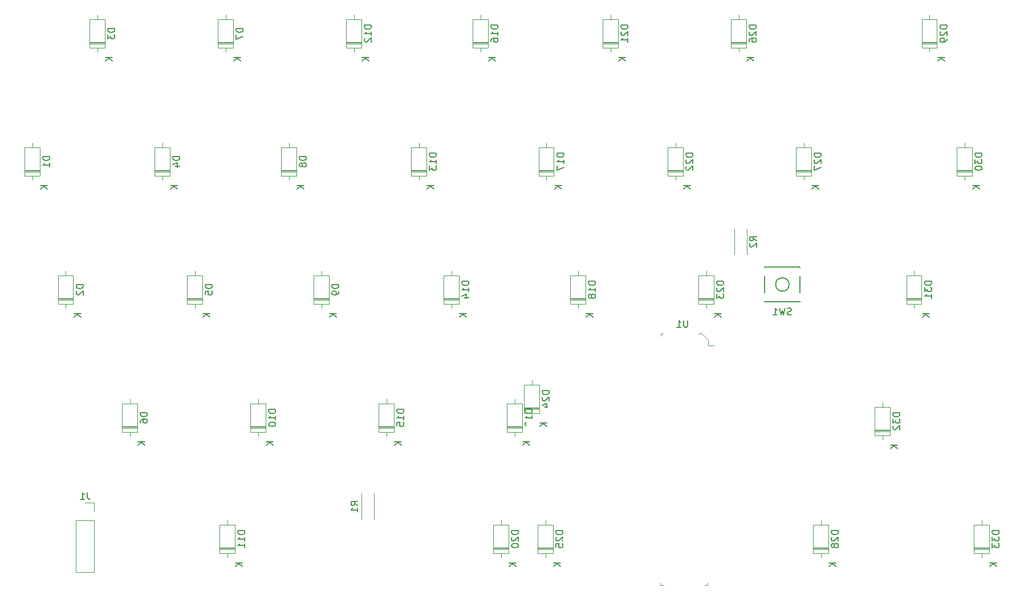
<source format=gbo>
G04 #@! TF.GenerationSoftware,KiCad,Pcbnew,(5.1.4-0-10_14)*
G04 #@! TF.CreationDate,2020-10-01T04:07:51-07:00*
G04 #@! TF.ProjectId,mpm62-kb-right,6d706d36-322d-46b6-922d-72696768742e,rev?*
G04 #@! TF.SameCoordinates,Original*
G04 #@! TF.FileFunction,Legend,Bot*
G04 #@! TF.FilePolarity,Positive*
%FSLAX46Y46*%
G04 Gerber Fmt 4.6, Leading zero omitted, Abs format (unit mm)*
G04 Created by KiCad (PCBNEW (5.1.4-0-10_14)) date 2020-10-01 04:07:51*
%MOMM*%
%LPD*%
G04 APERTURE LIST*
%ADD10C,0.120000*%
%ADD11C,0.100000*%
%ADD12C,0.150000*%
%ADD13C,4.089800*%
%ADD14C,3.150000*%
%ADD15C,1.852000*%
%ADD16C,2.352000*%
%ADD17C,2.352000*%
%ADD18O,1.502000X1.502000*%
%ADD19C,1.502000*%
%ADD20C,1.702000*%
%ADD21R,1.702000X1.702000*%
%ADD22R,1.902000X1.202000*%
%ADD23C,1.902000*%
%ADD24R,1.902000X1.902000*%
%ADD25O,1.802000X1.802000*%
%ADD26R,1.802000X1.802000*%
%ADD27O,1.702000X1.702000*%
G04 APERTURE END LIST*
D10*
X169514000Y-91074000D02*
X169514000Y-87234000D01*
X171354000Y-91074000D02*
X171354000Y-87234000D01*
X115982000Y-126604000D02*
X115982000Y-130444000D01*
X114142000Y-126604000D02*
X114142000Y-130444000D01*
D11*
X158582000Y-102764000D02*
X158982000Y-102764000D01*
X158582000Y-103164000D02*
X158582000Y-102764000D01*
X165662000Y-103764000D02*
X165662000Y-104564000D01*
X164662000Y-102764000D02*
X165662000Y-103764000D01*
X164162000Y-102764000D02*
X164662000Y-102764000D01*
X165662000Y-104564000D02*
X166462000Y-104564000D01*
X165562000Y-140254000D02*
X165162000Y-140254000D01*
X165562000Y-139854000D02*
X165562000Y-140254000D01*
X158562000Y-140254000D02*
X159062000Y-140254000D01*
X158562000Y-139854000D02*
X158562000Y-140254000D01*
D12*
X179257000Y-92904000D02*
X174057000Y-92904000D01*
X174057000Y-92904000D02*
X174057000Y-98104000D01*
X174057000Y-98104000D02*
X179257000Y-98104000D01*
X179257000Y-98104000D02*
X179257000Y-92904000D01*
X177657000Y-95504000D02*
G75*
G03X177657000Y-95504000I-1000000J0D01*
G01*
D10*
X74430000Y-127980000D02*
X73100000Y-127980000D01*
X74430000Y-129310000D02*
X74430000Y-127980000D01*
X74430000Y-130580000D02*
X71770000Y-130580000D01*
X71770000Y-130580000D02*
X71770000Y-138260000D01*
X74430000Y-130580000D02*
X74430000Y-138260000D01*
X74430000Y-138260000D02*
X71770000Y-138260000D01*
X207368000Y-134870000D02*
X205128000Y-134870000D01*
X207368000Y-134630000D02*
X205128000Y-134630000D01*
X207368000Y-134750000D02*
X205128000Y-134750000D01*
X206248000Y-130580000D02*
X206248000Y-131230000D01*
X206248000Y-136120000D02*
X206248000Y-135470000D01*
X207368000Y-131230000D02*
X207368000Y-135470000D01*
X205128000Y-131230000D02*
X207368000Y-131230000D01*
X205128000Y-135470000D02*
X205128000Y-131230000D01*
X207368000Y-135470000D02*
X205128000Y-135470000D01*
X192636000Y-117344000D02*
X190396000Y-117344000D01*
X192636000Y-117104000D02*
X190396000Y-117104000D01*
X192636000Y-117224000D02*
X190396000Y-117224000D01*
X191516000Y-113054000D02*
X191516000Y-113704000D01*
X191516000Y-118594000D02*
X191516000Y-117944000D01*
X192636000Y-113704000D02*
X192636000Y-117944000D01*
X190396000Y-113704000D02*
X192636000Y-113704000D01*
X190396000Y-117944000D02*
X190396000Y-113704000D01*
X192636000Y-117944000D02*
X190396000Y-117944000D01*
X197335000Y-97786000D02*
X195095000Y-97786000D01*
X197335000Y-97546000D02*
X195095000Y-97546000D01*
X197335000Y-97666000D02*
X195095000Y-97666000D01*
X196215000Y-93496000D02*
X196215000Y-94146000D01*
X196215000Y-99036000D02*
X196215000Y-98386000D01*
X197335000Y-94146000D02*
X197335000Y-98386000D01*
X195095000Y-94146000D02*
X197335000Y-94146000D01*
X195095000Y-98386000D02*
X195095000Y-94146000D01*
X197335000Y-98386000D02*
X195095000Y-98386000D01*
X204828000Y-78736000D02*
X202588000Y-78736000D01*
X204828000Y-78496000D02*
X202588000Y-78496000D01*
X204828000Y-78616000D02*
X202588000Y-78616000D01*
X203708000Y-74446000D02*
X203708000Y-75096000D01*
X203708000Y-79986000D02*
X203708000Y-79336000D01*
X204828000Y-75096000D02*
X204828000Y-79336000D01*
X202588000Y-75096000D02*
X204828000Y-75096000D01*
X202588000Y-79336000D02*
X202588000Y-75096000D01*
X204828000Y-79336000D02*
X202588000Y-79336000D01*
X199621000Y-59686000D02*
X197381000Y-59686000D01*
X199621000Y-59446000D02*
X197381000Y-59446000D01*
X199621000Y-59566000D02*
X197381000Y-59566000D01*
X198501000Y-55396000D02*
X198501000Y-56046000D01*
X198501000Y-60936000D02*
X198501000Y-60286000D01*
X199621000Y-56046000D02*
X199621000Y-60286000D01*
X197381000Y-56046000D02*
X199621000Y-56046000D01*
X197381000Y-60286000D02*
X197381000Y-56046000D01*
X199621000Y-60286000D02*
X197381000Y-60286000D01*
X183492000Y-134870000D02*
X181252000Y-134870000D01*
X183492000Y-134630000D02*
X181252000Y-134630000D01*
X183492000Y-134750000D02*
X181252000Y-134750000D01*
X182372000Y-130580000D02*
X182372000Y-131230000D01*
X182372000Y-136120000D02*
X182372000Y-135470000D01*
X183492000Y-131230000D02*
X183492000Y-135470000D01*
X181252000Y-131230000D02*
X183492000Y-131230000D01*
X181252000Y-135470000D02*
X181252000Y-131230000D01*
X183492000Y-135470000D02*
X181252000Y-135470000D01*
X180952000Y-78736000D02*
X178712000Y-78736000D01*
X180952000Y-78496000D02*
X178712000Y-78496000D01*
X180952000Y-78616000D02*
X178712000Y-78616000D01*
X179832000Y-74446000D02*
X179832000Y-75096000D01*
X179832000Y-79986000D02*
X179832000Y-79336000D01*
X180952000Y-75096000D02*
X180952000Y-79336000D01*
X178712000Y-75096000D02*
X180952000Y-75096000D01*
X178712000Y-79336000D02*
X178712000Y-75096000D01*
X180952000Y-79336000D02*
X178712000Y-79336000D01*
X171300000Y-59686000D02*
X169060000Y-59686000D01*
X171300000Y-59446000D02*
X169060000Y-59446000D01*
X171300000Y-59566000D02*
X169060000Y-59566000D01*
X170180000Y-55396000D02*
X170180000Y-56046000D01*
X170180000Y-60936000D02*
X170180000Y-60286000D01*
X171300000Y-56046000D02*
X171300000Y-60286000D01*
X169060000Y-56046000D02*
X171300000Y-56046000D01*
X169060000Y-60286000D02*
X169060000Y-56046000D01*
X171300000Y-60286000D02*
X169060000Y-60286000D01*
X142598000Y-134870000D02*
X140358000Y-134870000D01*
X142598000Y-134630000D02*
X140358000Y-134630000D01*
X142598000Y-134750000D02*
X140358000Y-134750000D01*
X141478000Y-130580000D02*
X141478000Y-131230000D01*
X141478000Y-136120000D02*
X141478000Y-135470000D01*
X142598000Y-131230000D02*
X142598000Y-135470000D01*
X140358000Y-131230000D02*
X142598000Y-131230000D01*
X140358000Y-135470000D02*
X140358000Y-131230000D01*
X142598000Y-135470000D02*
X140358000Y-135470000D01*
X140566000Y-114042000D02*
X138326000Y-114042000D01*
X140566000Y-113802000D02*
X138326000Y-113802000D01*
X140566000Y-113922000D02*
X138326000Y-113922000D01*
X139446000Y-109752000D02*
X139446000Y-110402000D01*
X139446000Y-115292000D02*
X139446000Y-114642000D01*
X140566000Y-110402000D02*
X140566000Y-114642000D01*
X138326000Y-110402000D02*
X140566000Y-110402000D01*
X138326000Y-114642000D02*
X138326000Y-110402000D01*
X140566000Y-114642000D02*
X138326000Y-114642000D01*
X166474000Y-97786000D02*
X164234000Y-97786000D01*
X166474000Y-97546000D02*
X164234000Y-97546000D01*
X166474000Y-97666000D02*
X164234000Y-97666000D01*
X165354000Y-93496000D02*
X165354000Y-94146000D01*
X165354000Y-99036000D02*
X165354000Y-98386000D01*
X166474000Y-94146000D02*
X166474000Y-98386000D01*
X164234000Y-94146000D02*
X166474000Y-94146000D01*
X164234000Y-98386000D02*
X164234000Y-94146000D01*
X166474000Y-98386000D02*
X164234000Y-98386000D01*
X161902000Y-78736000D02*
X159662000Y-78736000D01*
X161902000Y-78496000D02*
X159662000Y-78496000D01*
X161902000Y-78616000D02*
X159662000Y-78616000D01*
X160782000Y-74446000D02*
X160782000Y-75096000D01*
X160782000Y-79986000D02*
X160782000Y-79336000D01*
X161902000Y-75096000D02*
X161902000Y-79336000D01*
X159662000Y-75096000D02*
X161902000Y-75096000D01*
X159662000Y-79336000D02*
X159662000Y-75096000D01*
X161902000Y-79336000D02*
X159662000Y-79336000D01*
X152250000Y-59686000D02*
X150010000Y-59686000D01*
X152250000Y-59446000D02*
X150010000Y-59446000D01*
X152250000Y-59566000D02*
X150010000Y-59566000D01*
X151130000Y-55396000D02*
X151130000Y-56046000D01*
X151130000Y-60936000D02*
X151130000Y-60286000D01*
X152250000Y-56046000D02*
X152250000Y-60286000D01*
X150010000Y-56046000D02*
X152250000Y-56046000D01*
X150010000Y-60286000D02*
X150010000Y-56046000D01*
X152250000Y-60286000D02*
X150010000Y-60286000D01*
X135994000Y-134870000D02*
X133754000Y-134870000D01*
X135994000Y-134630000D02*
X133754000Y-134630000D01*
X135994000Y-134750000D02*
X133754000Y-134750000D01*
X134874000Y-130580000D02*
X134874000Y-131230000D01*
X134874000Y-136120000D02*
X134874000Y-135470000D01*
X135994000Y-131230000D02*
X135994000Y-135470000D01*
X133754000Y-131230000D02*
X135994000Y-131230000D01*
X133754000Y-135470000D02*
X133754000Y-131230000D01*
X135994000Y-135470000D02*
X133754000Y-135470000D01*
X138026000Y-116836000D02*
X135786000Y-116836000D01*
X138026000Y-116596000D02*
X135786000Y-116596000D01*
X138026000Y-116716000D02*
X135786000Y-116716000D01*
X136906000Y-112546000D02*
X136906000Y-113196000D01*
X136906000Y-118086000D02*
X136906000Y-117436000D01*
X138026000Y-113196000D02*
X138026000Y-117436000D01*
X135786000Y-113196000D02*
X138026000Y-113196000D01*
X135786000Y-117436000D02*
X135786000Y-113196000D01*
X138026000Y-117436000D02*
X135786000Y-117436000D01*
X147424000Y-97786000D02*
X145184000Y-97786000D01*
X147424000Y-97546000D02*
X145184000Y-97546000D01*
X147424000Y-97666000D02*
X145184000Y-97666000D01*
X146304000Y-93496000D02*
X146304000Y-94146000D01*
X146304000Y-99036000D02*
X146304000Y-98386000D01*
X147424000Y-94146000D02*
X147424000Y-98386000D01*
X145184000Y-94146000D02*
X147424000Y-94146000D01*
X145184000Y-98386000D02*
X145184000Y-94146000D01*
X147424000Y-98386000D02*
X145184000Y-98386000D01*
X142725000Y-78736000D02*
X140485000Y-78736000D01*
X142725000Y-78496000D02*
X140485000Y-78496000D01*
X142725000Y-78616000D02*
X140485000Y-78616000D01*
X141605000Y-74446000D02*
X141605000Y-75096000D01*
X141605000Y-79986000D02*
X141605000Y-79336000D01*
X142725000Y-75096000D02*
X142725000Y-79336000D01*
X140485000Y-75096000D02*
X142725000Y-75096000D01*
X140485000Y-79336000D02*
X140485000Y-75096000D01*
X142725000Y-79336000D02*
X140485000Y-79336000D01*
X132946000Y-59686000D02*
X130706000Y-59686000D01*
X132946000Y-59446000D02*
X130706000Y-59446000D01*
X132946000Y-59566000D02*
X130706000Y-59566000D01*
X131826000Y-55396000D02*
X131826000Y-56046000D01*
X131826000Y-60936000D02*
X131826000Y-60286000D01*
X132946000Y-56046000D02*
X132946000Y-60286000D01*
X130706000Y-56046000D02*
X132946000Y-56046000D01*
X130706000Y-60286000D02*
X130706000Y-56046000D01*
X132946000Y-60286000D02*
X130706000Y-60286000D01*
X118976000Y-116836000D02*
X116736000Y-116836000D01*
X118976000Y-116596000D02*
X116736000Y-116596000D01*
X118976000Y-116716000D02*
X116736000Y-116716000D01*
X117856000Y-112546000D02*
X117856000Y-113196000D01*
X117856000Y-118086000D02*
X117856000Y-117436000D01*
X118976000Y-113196000D02*
X118976000Y-117436000D01*
X116736000Y-113196000D02*
X118976000Y-113196000D01*
X116736000Y-117436000D02*
X116736000Y-113196000D01*
X118976000Y-117436000D02*
X116736000Y-117436000D01*
X128628000Y-97786000D02*
X126388000Y-97786000D01*
X128628000Y-97546000D02*
X126388000Y-97546000D01*
X128628000Y-97666000D02*
X126388000Y-97666000D01*
X127508000Y-93496000D02*
X127508000Y-94146000D01*
X127508000Y-99036000D02*
X127508000Y-98386000D01*
X128628000Y-94146000D02*
X128628000Y-98386000D01*
X126388000Y-94146000D02*
X128628000Y-94146000D01*
X126388000Y-98386000D02*
X126388000Y-94146000D01*
X128628000Y-98386000D02*
X126388000Y-98386000D01*
X123802000Y-78736000D02*
X121562000Y-78736000D01*
X123802000Y-78496000D02*
X121562000Y-78496000D01*
X123802000Y-78616000D02*
X121562000Y-78616000D01*
X122682000Y-74446000D02*
X122682000Y-75096000D01*
X122682000Y-79986000D02*
X122682000Y-79336000D01*
X123802000Y-75096000D02*
X123802000Y-79336000D01*
X121562000Y-75096000D02*
X123802000Y-75096000D01*
X121562000Y-79336000D02*
X121562000Y-75096000D01*
X123802000Y-79336000D02*
X121562000Y-79336000D01*
X114150000Y-59686000D02*
X111910000Y-59686000D01*
X114150000Y-59446000D02*
X111910000Y-59446000D01*
X114150000Y-59566000D02*
X111910000Y-59566000D01*
X113030000Y-55396000D02*
X113030000Y-56046000D01*
X113030000Y-60936000D02*
X113030000Y-60286000D01*
X114150000Y-56046000D02*
X114150000Y-60286000D01*
X111910000Y-56046000D02*
X114150000Y-56046000D01*
X111910000Y-60286000D02*
X111910000Y-56046000D01*
X114150000Y-60286000D02*
X111910000Y-60286000D01*
X99926000Y-116836000D02*
X97686000Y-116836000D01*
X99926000Y-116596000D02*
X97686000Y-116596000D01*
X99926000Y-116716000D02*
X97686000Y-116716000D01*
X98806000Y-112546000D02*
X98806000Y-113196000D01*
X98806000Y-118086000D02*
X98806000Y-117436000D01*
X99926000Y-113196000D02*
X99926000Y-117436000D01*
X97686000Y-113196000D02*
X99926000Y-113196000D01*
X97686000Y-117436000D02*
X97686000Y-113196000D01*
X99926000Y-117436000D02*
X97686000Y-117436000D01*
X109324000Y-97786000D02*
X107084000Y-97786000D01*
X109324000Y-97546000D02*
X107084000Y-97546000D01*
X109324000Y-97666000D02*
X107084000Y-97666000D01*
X108204000Y-93496000D02*
X108204000Y-94146000D01*
X108204000Y-99036000D02*
X108204000Y-98386000D01*
X109324000Y-94146000D02*
X109324000Y-98386000D01*
X107084000Y-94146000D02*
X109324000Y-94146000D01*
X107084000Y-98386000D02*
X107084000Y-94146000D01*
X109324000Y-98386000D02*
X107084000Y-98386000D01*
X104498000Y-78736000D02*
X102258000Y-78736000D01*
X104498000Y-78496000D02*
X102258000Y-78496000D01*
X104498000Y-78616000D02*
X102258000Y-78616000D01*
X103378000Y-74446000D02*
X103378000Y-75096000D01*
X103378000Y-79986000D02*
X103378000Y-79336000D01*
X104498000Y-75096000D02*
X104498000Y-79336000D01*
X102258000Y-75096000D02*
X104498000Y-75096000D01*
X102258000Y-79336000D02*
X102258000Y-75096000D01*
X104498000Y-79336000D02*
X102258000Y-79336000D01*
X95100000Y-59686000D02*
X92860000Y-59686000D01*
X95100000Y-59446000D02*
X92860000Y-59446000D01*
X95100000Y-59566000D02*
X92860000Y-59566000D01*
X93980000Y-55396000D02*
X93980000Y-56046000D01*
X93980000Y-60936000D02*
X93980000Y-60286000D01*
X95100000Y-56046000D02*
X95100000Y-60286000D01*
X92860000Y-56046000D02*
X95100000Y-56046000D01*
X92860000Y-60286000D02*
X92860000Y-56046000D01*
X95100000Y-60286000D02*
X92860000Y-60286000D01*
X95354000Y-134870000D02*
X93114000Y-134870000D01*
X95354000Y-134630000D02*
X93114000Y-134630000D01*
X95354000Y-134750000D02*
X93114000Y-134750000D01*
X94234000Y-130580000D02*
X94234000Y-131230000D01*
X94234000Y-136120000D02*
X94234000Y-135470000D01*
X95354000Y-131230000D02*
X95354000Y-135470000D01*
X93114000Y-131230000D02*
X95354000Y-131230000D01*
X93114000Y-135470000D02*
X93114000Y-131230000D01*
X95354000Y-135470000D02*
X93114000Y-135470000D01*
X80876000Y-116836000D02*
X78636000Y-116836000D01*
X80876000Y-116596000D02*
X78636000Y-116596000D01*
X80876000Y-116716000D02*
X78636000Y-116716000D01*
X79756000Y-112546000D02*
X79756000Y-113196000D01*
X79756000Y-118086000D02*
X79756000Y-117436000D01*
X80876000Y-113196000D02*
X80876000Y-117436000D01*
X78636000Y-113196000D02*
X80876000Y-113196000D01*
X78636000Y-117436000D02*
X78636000Y-113196000D01*
X80876000Y-117436000D02*
X78636000Y-117436000D01*
X90528000Y-97786000D02*
X88288000Y-97786000D01*
X90528000Y-97546000D02*
X88288000Y-97546000D01*
X90528000Y-97666000D02*
X88288000Y-97666000D01*
X89408000Y-93496000D02*
X89408000Y-94146000D01*
X89408000Y-99036000D02*
X89408000Y-98386000D01*
X90528000Y-94146000D02*
X90528000Y-98386000D01*
X88288000Y-94146000D02*
X90528000Y-94146000D01*
X88288000Y-98386000D02*
X88288000Y-94146000D01*
X90528000Y-98386000D02*
X88288000Y-98386000D01*
X85702000Y-78736000D02*
X83462000Y-78736000D01*
X85702000Y-78496000D02*
X83462000Y-78496000D01*
X85702000Y-78616000D02*
X83462000Y-78616000D01*
X84582000Y-74446000D02*
X84582000Y-75096000D01*
X84582000Y-79986000D02*
X84582000Y-79336000D01*
X85702000Y-75096000D02*
X85702000Y-79336000D01*
X83462000Y-75096000D02*
X85702000Y-75096000D01*
X83462000Y-79336000D02*
X83462000Y-75096000D01*
X85702000Y-79336000D02*
X83462000Y-79336000D01*
X76050000Y-59686000D02*
X73810000Y-59686000D01*
X76050000Y-59446000D02*
X73810000Y-59446000D01*
X76050000Y-59566000D02*
X73810000Y-59566000D01*
X74930000Y-55396000D02*
X74930000Y-56046000D01*
X74930000Y-60936000D02*
X74930000Y-60286000D01*
X76050000Y-56046000D02*
X76050000Y-60286000D01*
X73810000Y-56046000D02*
X76050000Y-56046000D01*
X73810000Y-60286000D02*
X73810000Y-56046000D01*
X76050000Y-60286000D02*
X73810000Y-60286000D01*
X71351000Y-97786000D02*
X69111000Y-97786000D01*
X71351000Y-97546000D02*
X69111000Y-97546000D01*
X71351000Y-97666000D02*
X69111000Y-97666000D01*
X70231000Y-93496000D02*
X70231000Y-94146000D01*
X70231000Y-99036000D02*
X70231000Y-98386000D01*
X71351000Y-94146000D02*
X71351000Y-98386000D01*
X69111000Y-94146000D02*
X71351000Y-94146000D01*
X69111000Y-98386000D02*
X69111000Y-94146000D01*
X71351000Y-98386000D02*
X69111000Y-98386000D01*
X66398000Y-78736000D02*
X64158000Y-78736000D01*
X66398000Y-78496000D02*
X64158000Y-78496000D01*
X66398000Y-78616000D02*
X64158000Y-78616000D01*
X65278000Y-74446000D02*
X65278000Y-75096000D01*
X65278000Y-79986000D02*
X65278000Y-79336000D01*
X66398000Y-75096000D02*
X66398000Y-79336000D01*
X64158000Y-75096000D02*
X66398000Y-75096000D01*
X64158000Y-79336000D02*
X64158000Y-75096000D01*
X66398000Y-79336000D02*
X64158000Y-79336000D01*
D12*
X172806380Y-88987333D02*
X172330190Y-88654000D01*
X172806380Y-88415904D02*
X171806380Y-88415904D01*
X171806380Y-88796857D01*
X171854000Y-88892095D01*
X171901619Y-88939714D01*
X171996857Y-88987333D01*
X172139714Y-88987333D01*
X172234952Y-88939714D01*
X172282571Y-88892095D01*
X172330190Y-88796857D01*
X172330190Y-88415904D01*
X171901619Y-89368285D02*
X171854000Y-89415904D01*
X171806380Y-89511142D01*
X171806380Y-89749238D01*
X171854000Y-89844476D01*
X171901619Y-89892095D01*
X171996857Y-89939714D01*
X172092095Y-89939714D01*
X172234952Y-89892095D01*
X172806380Y-89320666D01*
X172806380Y-89939714D01*
X113594380Y-128357333D02*
X113118190Y-128024000D01*
X113594380Y-127785904D02*
X112594380Y-127785904D01*
X112594380Y-128166857D01*
X112642000Y-128262095D01*
X112689619Y-128309714D01*
X112784857Y-128357333D01*
X112927714Y-128357333D01*
X113022952Y-128309714D01*
X113070571Y-128262095D01*
X113118190Y-128166857D01*
X113118190Y-127785904D01*
X113594380Y-129309714D02*
X113594380Y-128738285D01*
X113594380Y-129024000D02*
X112594380Y-129024000D01*
X112737238Y-128928761D01*
X112832476Y-128833523D01*
X112880095Y-128738285D01*
X162573904Y-100836380D02*
X162573904Y-101645904D01*
X162526285Y-101741142D01*
X162478666Y-101788761D01*
X162383428Y-101836380D01*
X162192952Y-101836380D01*
X162097714Y-101788761D01*
X162050095Y-101741142D01*
X162002476Y-101645904D01*
X162002476Y-100836380D01*
X161002476Y-101836380D02*
X161573904Y-101836380D01*
X161288190Y-101836380D02*
X161288190Y-100836380D01*
X161383428Y-100979238D01*
X161478666Y-101074476D01*
X161573904Y-101122095D01*
X177990333Y-99972761D02*
X177847476Y-100020380D01*
X177609380Y-100020380D01*
X177514142Y-99972761D01*
X177466523Y-99925142D01*
X177418904Y-99829904D01*
X177418904Y-99734666D01*
X177466523Y-99639428D01*
X177514142Y-99591809D01*
X177609380Y-99544190D01*
X177799857Y-99496571D01*
X177895095Y-99448952D01*
X177942714Y-99401333D01*
X177990333Y-99306095D01*
X177990333Y-99210857D01*
X177942714Y-99115619D01*
X177895095Y-99068000D01*
X177799857Y-99020380D01*
X177561761Y-99020380D01*
X177418904Y-99068000D01*
X177085571Y-99020380D02*
X176847476Y-100020380D01*
X176657000Y-99306095D01*
X176466523Y-100020380D01*
X176228428Y-99020380D01*
X175323666Y-100020380D02*
X175895095Y-100020380D01*
X175609380Y-100020380D02*
X175609380Y-99020380D01*
X175704619Y-99163238D01*
X175799857Y-99258476D01*
X175895095Y-99306095D01*
X73433333Y-126432380D02*
X73433333Y-127146666D01*
X73480952Y-127289523D01*
X73576190Y-127384761D01*
X73719047Y-127432380D01*
X73814285Y-127432380D01*
X72433333Y-127432380D02*
X73004761Y-127432380D01*
X72719047Y-127432380D02*
X72719047Y-126432380D01*
X72814285Y-126575238D01*
X72909523Y-126670476D01*
X73004761Y-126718095D01*
X208820380Y-132135714D02*
X207820380Y-132135714D01*
X207820380Y-132373809D01*
X207868000Y-132516666D01*
X207963238Y-132611904D01*
X208058476Y-132659523D01*
X208248952Y-132707142D01*
X208391809Y-132707142D01*
X208582285Y-132659523D01*
X208677523Y-132611904D01*
X208772761Y-132516666D01*
X208820380Y-132373809D01*
X208820380Y-132135714D01*
X207820380Y-133040476D02*
X207820380Y-133659523D01*
X208201333Y-133326190D01*
X208201333Y-133469047D01*
X208248952Y-133564285D01*
X208296571Y-133611904D01*
X208391809Y-133659523D01*
X208629904Y-133659523D01*
X208725142Y-133611904D01*
X208772761Y-133564285D01*
X208820380Y-133469047D01*
X208820380Y-133183333D01*
X208772761Y-133088095D01*
X208725142Y-133040476D01*
X207820380Y-133992857D02*
X207820380Y-134611904D01*
X208201333Y-134278571D01*
X208201333Y-134421428D01*
X208248952Y-134516666D01*
X208296571Y-134564285D01*
X208391809Y-134611904D01*
X208629904Y-134611904D01*
X208725142Y-134564285D01*
X208772761Y-134516666D01*
X208820380Y-134421428D01*
X208820380Y-134135714D01*
X208772761Y-134040476D01*
X208725142Y-133992857D01*
X208500380Y-136898095D02*
X207500380Y-136898095D01*
X208500380Y-137469523D02*
X207928952Y-137040952D01*
X207500380Y-137469523D02*
X208071809Y-136898095D01*
X194088380Y-114609714D02*
X193088380Y-114609714D01*
X193088380Y-114847809D01*
X193136000Y-114990666D01*
X193231238Y-115085904D01*
X193326476Y-115133523D01*
X193516952Y-115181142D01*
X193659809Y-115181142D01*
X193850285Y-115133523D01*
X193945523Y-115085904D01*
X194040761Y-114990666D01*
X194088380Y-114847809D01*
X194088380Y-114609714D01*
X193088380Y-115514476D02*
X193088380Y-116133523D01*
X193469333Y-115800190D01*
X193469333Y-115943047D01*
X193516952Y-116038285D01*
X193564571Y-116085904D01*
X193659809Y-116133523D01*
X193897904Y-116133523D01*
X193993142Y-116085904D01*
X194040761Y-116038285D01*
X194088380Y-115943047D01*
X194088380Y-115657333D01*
X194040761Y-115562095D01*
X193993142Y-115514476D01*
X193183619Y-116514476D02*
X193136000Y-116562095D01*
X193088380Y-116657333D01*
X193088380Y-116895428D01*
X193136000Y-116990666D01*
X193183619Y-117038285D01*
X193278857Y-117085904D01*
X193374095Y-117085904D01*
X193516952Y-117038285D01*
X194088380Y-116466857D01*
X194088380Y-117085904D01*
X193768380Y-119372095D02*
X192768380Y-119372095D01*
X193768380Y-119943523D02*
X193196952Y-119514952D01*
X192768380Y-119943523D02*
X193339809Y-119372095D01*
X198787380Y-95051714D02*
X197787380Y-95051714D01*
X197787380Y-95289809D01*
X197835000Y-95432666D01*
X197930238Y-95527904D01*
X198025476Y-95575523D01*
X198215952Y-95623142D01*
X198358809Y-95623142D01*
X198549285Y-95575523D01*
X198644523Y-95527904D01*
X198739761Y-95432666D01*
X198787380Y-95289809D01*
X198787380Y-95051714D01*
X197787380Y-95956476D02*
X197787380Y-96575523D01*
X198168333Y-96242190D01*
X198168333Y-96385047D01*
X198215952Y-96480285D01*
X198263571Y-96527904D01*
X198358809Y-96575523D01*
X198596904Y-96575523D01*
X198692142Y-96527904D01*
X198739761Y-96480285D01*
X198787380Y-96385047D01*
X198787380Y-96099333D01*
X198739761Y-96004095D01*
X198692142Y-95956476D01*
X198787380Y-97527904D02*
X198787380Y-96956476D01*
X198787380Y-97242190D02*
X197787380Y-97242190D01*
X197930238Y-97146952D01*
X198025476Y-97051714D01*
X198073095Y-96956476D01*
X198467380Y-99814095D02*
X197467380Y-99814095D01*
X198467380Y-100385523D02*
X197895952Y-99956952D01*
X197467380Y-100385523D02*
X198038809Y-99814095D01*
X206280380Y-76001714D02*
X205280380Y-76001714D01*
X205280380Y-76239809D01*
X205328000Y-76382666D01*
X205423238Y-76477904D01*
X205518476Y-76525523D01*
X205708952Y-76573142D01*
X205851809Y-76573142D01*
X206042285Y-76525523D01*
X206137523Y-76477904D01*
X206232761Y-76382666D01*
X206280380Y-76239809D01*
X206280380Y-76001714D01*
X205280380Y-76906476D02*
X205280380Y-77525523D01*
X205661333Y-77192190D01*
X205661333Y-77335047D01*
X205708952Y-77430285D01*
X205756571Y-77477904D01*
X205851809Y-77525523D01*
X206089904Y-77525523D01*
X206185142Y-77477904D01*
X206232761Y-77430285D01*
X206280380Y-77335047D01*
X206280380Y-77049333D01*
X206232761Y-76954095D01*
X206185142Y-76906476D01*
X205280380Y-78144571D02*
X205280380Y-78239809D01*
X205328000Y-78335047D01*
X205375619Y-78382666D01*
X205470857Y-78430285D01*
X205661333Y-78477904D01*
X205899428Y-78477904D01*
X206089904Y-78430285D01*
X206185142Y-78382666D01*
X206232761Y-78335047D01*
X206280380Y-78239809D01*
X206280380Y-78144571D01*
X206232761Y-78049333D01*
X206185142Y-78001714D01*
X206089904Y-77954095D01*
X205899428Y-77906476D01*
X205661333Y-77906476D01*
X205470857Y-77954095D01*
X205375619Y-78001714D01*
X205328000Y-78049333D01*
X205280380Y-78144571D01*
X205960380Y-80764095D02*
X204960380Y-80764095D01*
X205960380Y-81335523D02*
X205388952Y-80906952D01*
X204960380Y-81335523D02*
X205531809Y-80764095D01*
X201073380Y-56951714D02*
X200073380Y-56951714D01*
X200073380Y-57189809D01*
X200121000Y-57332666D01*
X200216238Y-57427904D01*
X200311476Y-57475523D01*
X200501952Y-57523142D01*
X200644809Y-57523142D01*
X200835285Y-57475523D01*
X200930523Y-57427904D01*
X201025761Y-57332666D01*
X201073380Y-57189809D01*
X201073380Y-56951714D01*
X200168619Y-57904095D02*
X200121000Y-57951714D01*
X200073380Y-58046952D01*
X200073380Y-58285047D01*
X200121000Y-58380285D01*
X200168619Y-58427904D01*
X200263857Y-58475523D01*
X200359095Y-58475523D01*
X200501952Y-58427904D01*
X201073380Y-57856476D01*
X201073380Y-58475523D01*
X201073380Y-58951714D02*
X201073380Y-59142190D01*
X201025761Y-59237428D01*
X200978142Y-59285047D01*
X200835285Y-59380285D01*
X200644809Y-59427904D01*
X200263857Y-59427904D01*
X200168619Y-59380285D01*
X200121000Y-59332666D01*
X200073380Y-59237428D01*
X200073380Y-59046952D01*
X200121000Y-58951714D01*
X200168619Y-58904095D01*
X200263857Y-58856476D01*
X200501952Y-58856476D01*
X200597190Y-58904095D01*
X200644809Y-58951714D01*
X200692428Y-59046952D01*
X200692428Y-59237428D01*
X200644809Y-59332666D01*
X200597190Y-59380285D01*
X200501952Y-59427904D01*
X200753380Y-61714095D02*
X199753380Y-61714095D01*
X200753380Y-62285523D02*
X200181952Y-61856952D01*
X199753380Y-62285523D02*
X200324809Y-61714095D01*
X184944380Y-132135714D02*
X183944380Y-132135714D01*
X183944380Y-132373809D01*
X183992000Y-132516666D01*
X184087238Y-132611904D01*
X184182476Y-132659523D01*
X184372952Y-132707142D01*
X184515809Y-132707142D01*
X184706285Y-132659523D01*
X184801523Y-132611904D01*
X184896761Y-132516666D01*
X184944380Y-132373809D01*
X184944380Y-132135714D01*
X184039619Y-133088095D02*
X183992000Y-133135714D01*
X183944380Y-133230952D01*
X183944380Y-133469047D01*
X183992000Y-133564285D01*
X184039619Y-133611904D01*
X184134857Y-133659523D01*
X184230095Y-133659523D01*
X184372952Y-133611904D01*
X184944380Y-133040476D01*
X184944380Y-133659523D01*
X184372952Y-134230952D02*
X184325333Y-134135714D01*
X184277714Y-134088095D01*
X184182476Y-134040476D01*
X184134857Y-134040476D01*
X184039619Y-134088095D01*
X183992000Y-134135714D01*
X183944380Y-134230952D01*
X183944380Y-134421428D01*
X183992000Y-134516666D01*
X184039619Y-134564285D01*
X184134857Y-134611904D01*
X184182476Y-134611904D01*
X184277714Y-134564285D01*
X184325333Y-134516666D01*
X184372952Y-134421428D01*
X184372952Y-134230952D01*
X184420571Y-134135714D01*
X184468190Y-134088095D01*
X184563428Y-134040476D01*
X184753904Y-134040476D01*
X184849142Y-134088095D01*
X184896761Y-134135714D01*
X184944380Y-134230952D01*
X184944380Y-134421428D01*
X184896761Y-134516666D01*
X184849142Y-134564285D01*
X184753904Y-134611904D01*
X184563428Y-134611904D01*
X184468190Y-134564285D01*
X184420571Y-134516666D01*
X184372952Y-134421428D01*
X184624380Y-136898095D02*
X183624380Y-136898095D01*
X184624380Y-137469523D02*
X184052952Y-137040952D01*
X183624380Y-137469523D02*
X184195809Y-136898095D01*
X182404380Y-76001714D02*
X181404380Y-76001714D01*
X181404380Y-76239809D01*
X181452000Y-76382666D01*
X181547238Y-76477904D01*
X181642476Y-76525523D01*
X181832952Y-76573142D01*
X181975809Y-76573142D01*
X182166285Y-76525523D01*
X182261523Y-76477904D01*
X182356761Y-76382666D01*
X182404380Y-76239809D01*
X182404380Y-76001714D01*
X181499619Y-76954095D02*
X181452000Y-77001714D01*
X181404380Y-77096952D01*
X181404380Y-77335047D01*
X181452000Y-77430285D01*
X181499619Y-77477904D01*
X181594857Y-77525523D01*
X181690095Y-77525523D01*
X181832952Y-77477904D01*
X182404380Y-76906476D01*
X182404380Y-77525523D01*
X181404380Y-77858857D02*
X181404380Y-78525523D01*
X182404380Y-78096952D01*
X182084380Y-80764095D02*
X181084380Y-80764095D01*
X182084380Y-81335523D02*
X181512952Y-80906952D01*
X181084380Y-81335523D02*
X181655809Y-80764095D01*
X172752380Y-56951714D02*
X171752380Y-56951714D01*
X171752380Y-57189809D01*
X171800000Y-57332666D01*
X171895238Y-57427904D01*
X171990476Y-57475523D01*
X172180952Y-57523142D01*
X172323809Y-57523142D01*
X172514285Y-57475523D01*
X172609523Y-57427904D01*
X172704761Y-57332666D01*
X172752380Y-57189809D01*
X172752380Y-56951714D01*
X171847619Y-57904095D02*
X171800000Y-57951714D01*
X171752380Y-58046952D01*
X171752380Y-58285047D01*
X171800000Y-58380285D01*
X171847619Y-58427904D01*
X171942857Y-58475523D01*
X172038095Y-58475523D01*
X172180952Y-58427904D01*
X172752380Y-57856476D01*
X172752380Y-58475523D01*
X171752380Y-59332666D02*
X171752380Y-59142190D01*
X171800000Y-59046952D01*
X171847619Y-58999333D01*
X171990476Y-58904095D01*
X172180952Y-58856476D01*
X172561904Y-58856476D01*
X172657142Y-58904095D01*
X172704761Y-58951714D01*
X172752380Y-59046952D01*
X172752380Y-59237428D01*
X172704761Y-59332666D01*
X172657142Y-59380285D01*
X172561904Y-59427904D01*
X172323809Y-59427904D01*
X172228571Y-59380285D01*
X172180952Y-59332666D01*
X172133333Y-59237428D01*
X172133333Y-59046952D01*
X172180952Y-58951714D01*
X172228571Y-58904095D01*
X172323809Y-58856476D01*
X172432380Y-61714095D02*
X171432380Y-61714095D01*
X172432380Y-62285523D02*
X171860952Y-61856952D01*
X171432380Y-62285523D02*
X172003809Y-61714095D01*
X144050380Y-132135714D02*
X143050380Y-132135714D01*
X143050380Y-132373809D01*
X143098000Y-132516666D01*
X143193238Y-132611904D01*
X143288476Y-132659523D01*
X143478952Y-132707142D01*
X143621809Y-132707142D01*
X143812285Y-132659523D01*
X143907523Y-132611904D01*
X144002761Y-132516666D01*
X144050380Y-132373809D01*
X144050380Y-132135714D01*
X143145619Y-133088095D02*
X143098000Y-133135714D01*
X143050380Y-133230952D01*
X143050380Y-133469047D01*
X143098000Y-133564285D01*
X143145619Y-133611904D01*
X143240857Y-133659523D01*
X143336095Y-133659523D01*
X143478952Y-133611904D01*
X144050380Y-133040476D01*
X144050380Y-133659523D01*
X143050380Y-134564285D02*
X143050380Y-134088095D01*
X143526571Y-134040476D01*
X143478952Y-134088095D01*
X143431333Y-134183333D01*
X143431333Y-134421428D01*
X143478952Y-134516666D01*
X143526571Y-134564285D01*
X143621809Y-134611904D01*
X143859904Y-134611904D01*
X143955142Y-134564285D01*
X144002761Y-134516666D01*
X144050380Y-134421428D01*
X144050380Y-134183333D01*
X144002761Y-134088095D01*
X143955142Y-134040476D01*
X143730380Y-136898095D02*
X142730380Y-136898095D01*
X143730380Y-137469523D02*
X143158952Y-137040952D01*
X142730380Y-137469523D02*
X143301809Y-136898095D01*
X142018380Y-111307714D02*
X141018380Y-111307714D01*
X141018380Y-111545809D01*
X141066000Y-111688666D01*
X141161238Y-111783904D01*
X141256476Y-111831523D01*
X141446952Y-111879142D01*
X141589809Y-111879142D01*
X141780285Y-111831523D01*
X141875523Y-111783904D01*
X141970761Y-111688666D01*
X142018380Y-111545809D01*
X142018380Y-111307714D01*
X141113619Y-112260095D02*
X141066000Y-112307714D01*
X141018380Y-112402952D01*
X141018380Y-112641047D01*
X141066000Y-112736285D01*
X141113619Y-112783904D01*
X141208857Y-112831523D01*
X141304095Y-112831523D01*
X141446952Y-112783904D01*
X142018380Y-112212476D01*
X142018380Y-112831523D01*
X141351714Y-113688666D02*
X142018380Y-113688666D01*
X140970761Y-113450571D02*
X141685047Y-113212476D01*
X141685047Y-113831523D01*
X141698380Y-116070095D02*
X140698380Y-116070095D01*
X141698380Y-116641523D02*
X141126952Y-116212952D01*
X140698380Y-116641523D02*
X141269809Y-116070095D01*
X167926380Y-95051714D02*
X166926380Y-95051714D01*
X166926380Y-95289809D01*
X166974000Y-95432666D01*
X167069238Y-95527904D01*
X167164476Y-95575523D01*
X167354952Y-95623142D01*
X167497809Y-95623142D01*
X167688285Y-95575523D01*
X167783523Y-95527904D01*
X167878761Y-95432666D01*
X167926380Y-95289809D01*
X167926380Y-95051714D01*
X167021619Y-96004095D02*
X166974000Y-96051714D01*
X166926380Y-96146952D01*
X166926380Y-96385047D01*
X166974000Y-96480285D01*
X167021619Y-96527904D01*
X167116857Y-96575523D01*
X167212095Y-96575523D01*
X167354952Y-96527904D01*
X167926380Y-95956476D01*
X167926380Y-96575523D01*
X166926380Y-96908857D02*
X166926380Y-97527904D01*
X167307333Y-97194571D01*
X167307333Y-97337428D01*
X167354952Y-97432666D01*
X167402571Y-97480285D01*
X167497809Y-97527904D01*
X167735904Y-97527904D01*
X167831142Y-97480285D01*
X167878761Y-97432666D01*
X167926380Y-97337428D01*
X167926380Y-97051714D01*
X167878761Y-96956476D01*
X167831142Y-96908857D01*
X167606380Y-99814095D02*
X166606380Y-99814095D01*
X167606380Y-100385523D02*
X167034952Y-99956952D01*
X166606380Y-100385523D02*
X167177809Y-99814095D01*
X163354380Y-76001714D02*
X162354380Y-76001714D01*
X162354380Y-76239809D01*
X162402000Y-76382666D01*
X162497238Y-76477904D01*
X162592476Y-76525523D01*
X162782952Y-76573142D01*
X162925809Y-76573142D01*
X163116285Y-76525523D01*
X163211523Y-76477904D01*
X163306761Y-76382666D01*
X163354380Y-76239809D01*
X163354380Y-76001714D01*
X162449619Y-76954095D02*
X162402000Y-77001714D01*
X162354380Y-77096952D01*
X162354380Y-77335047D01*
X162402000Y-77430285D01*
X162449619Y-77477904D01*
X162544857Y-77525523D01*
X162640095Y-77525523D01*
X162782952Y-77477904D01*
X163354380Y-76906476D01*
X163354380Y-77525523D01*
X162449619Y-77906476D02*
X162402000Y-77954095D01*
X162354380Y-78049333D01*
X162354380Y-78287428D01*
X162402000Y-78382666D01*
X162449619Y-78430285D01*
X162544857Y-78477904D01*
X162640095Y-78477904D01*
X162782952Y-78430285D01*
X163354380Y-77858857D01*
X163354380Y-78477904D01*
X163034380Y-80764095D02*
X162034380Y-80764095D01*
X163034380Y-81335523D02*
X162462952Y-80906952D01*
X162034380Y-81335523D02*
X162605809Y-80764095D01*
X153702380Y-56951714D02*
X152702380Y-56951714D01*
X152702380Y-57189809D01*
X152750000Y-57332666D01*
X152845238Y-57427904D01*
X152940476Y-57475523D01*
X153130952Y-57523142D01*
X153273809Y-57523142D01*
X153464285Y-57475523D01*
X153559523Y-57427904D01*
X153654761Y-57332666D01*
X153702380Y-57189809D01*
X153702380Y-56951714D01*
X152797619Y-57904095D02*
X152750000Y-57951714D01*
X152702380Y-58046952D01*
X152702380Y-58285047D01*
X152750000Y-58380285D01*
X152797619Y-58427904D01*
X152892857Y-58475523D01*
X152988095Y-58475523D01*
X153130952Y-58427904D01*
X153702380Y-57856476D01*
X153702380Y-58475523D01*
X153702380Y-59427904D02*
X153702380Y-58856476D01*
X153702380Y-59142190D02*
X152702380Y-59142190D01*
X152845238Y-59046952D01*
X152940476Y-58951714D01*
X152988095Y-58856476D01*
X153382380Y-61714095D02*
X152382380Y-61714095D01*
X153382380Y-62285523D02*
X152810952Y-61856952D01*
X152382380Y-62285523D02*
X152953809Y-61714095D01*
X137446380Y-132135714D02*
X136446380Y-132135714D01*
X136446380Y-132373809D01*
X136494000Y-132516666D01*
X136589238Y-132611904D01*
X136684476Y-132659523D01*
X136874952Y-132707142D01*
X137017809Y-132707142D01*
X137208285Y-132659523D01*
X137303523Y-132611904D01*
X137398761Y-132516666D01*
X137446380Y-132373809D01*
X137446380Y-132135714D01*
X136541619Y-133088095D02*
X136494000Y-133135714D01*
X136446380Y-133230952D01*
X136446380Y-133469047D01*
X136494000Y-133564285D01*
X136541619Y-133611904D01*
X136636857Y-133659523D01*
X136732095Y-133659523D01*
X136874952Y-133611904D01*
X137446380Y-133040476D01*
X137446380Y-133659523D01*
X136446380Y-134278571D02*
X136446380Y-134373809D01*
X136494000Y-134469047D01*
X136541619Y-134516666D01*
X136636857Y-134564285D01*
X136827333Y-134611904D01*
X137065428Y-134611904D01*
X137255904Y-134564285D01*
X137351142Y-134516666D01*
X137398761Y-134469047D01*
X137446380Y-134373809D01*
X137446380Y-134278571D01*
X137398761Y-134183333D01*
X137351142Y-134135714D01*
X137255904Y-134088095D01*
X137065428Y-134040476D01*
X136827333Y-134040476D01*
X136636857Y-134088095D01*
X136541619Y-134135714D01*
X136494000Y-134183333D01*
X136446380Y-134278571D01*
X137126380Y-136898095D02*
X136126380Y-136898095D01*
X137126380Y-137469523D02*
X136554952Y-137040952D01*
X136126380Y-137469523D02*
X136697809Y-136898095D01*
X139478380Y-114101714D02*
X138478380Y-114101714D01*
X138478380Y-114339809D01*
X138526000Y-114482666D01*
X138621238Y-114577904D01*
X138716476Y-114625523D01*
X138906952Y-114673142D01*
X139049809Y-114673142D01*
X139240285Y-114625523D01*
X139335523Y-114577904D01*
X139430761Y-114482666D01*
X139478380Y-114339809D01*
X139478380Y-114101714D01*
X139478380Y-115625523D02*
X139478380Y-115054095D01*
X139478380Y-115339809D02*
X138478380Y-115339809D01*
X138621238Y-115244571D01*
X138716476Y-115149333D01*
X138764095Y-115054095D01*
X139478380Y-116101714D02*
X139478380Y-116292190D01*
X139430761Y-116387428D01*
X139383142Y-116435047D01*
X139240285Y-116530285D01*
X139049809Y-116577904D01*
X138668857Y-116577904D01*
X138573619Y-116530285D01*
X138526000Y-116482666D01*
X138478380Y-116387428D01*
X138478380Y-116196952D01*
X138526000Y-116101714D01*
X138573619Y-116054095D01*
X138668857Y-116006476D01*
X138906952Y-116006476D01*
X139002190Y-116054095D01*
X139049809Y-116101714D01*
X139097428Y-116196952D01*
X139097428Y-116387428D01*
X139049809Y-116482666D01*
X139002190Y-116530285D01*
X138906952Y-116577904D01*
X139158380Y-118864095D02*
X138158380Y-118864095D01*
X139158380Y-119435523D02*
X138586952Y-119006952D01*
X138158380Y-119435523D02*
X138729809Y-118864095D01*
X148876380Y-95051714D02*
X147876380Y-95051714D01*
X147876380Y-95289809D01*
X147924000Y-95432666D01*
X148019238Y-95527904D01*
X148114476Y-95575523D01*
X148304952Y-95623142D01*
X148447809Y-95623142D01*
X148638285Y-95575523D01*
X148733523Y-95527904D01*
X148828761Y-95432666D01*
X148876380Y-95289809D01*
X148876380Y-95051714D01*
X148876380Y-96575523D02*
X148876380Y-96004095D01*
X148876380Y-96289809D02*
X147876380Y-96289809D01*
X148019238Y-96194571D01*
X148114476Y-96099333D01*
X148162095Y-96004095D01*
X148304952Y-97146952D02*
X148257333Y-97051714D01*
X148209714Y-97004095D01*
X148114476Y-96956476D01*
X148066857Y-96956476D01*
X147971619Y-97004095D01*
X147924000Y-97051714D01*
X147876380Y-97146952D01*
X147876380Y-97337428D01*
X147924000Y-97432666D01*
X147971619Y-97480285D01*
X148066857Y-97527904D01*
X148114476Y-97527904D01*
X148209714Y-97480285D01*
X148257333Y-97432666D01*
X148304952Y-97337428D01*
X148304952Y-97146952D01*
X148352571Y-97051714D01*
X148400190Y-97004095D01*
X148495428Y-96956476D01*
X148685904Y-96956476D01*
X148781142Y-97004095D01*
X148828761Y-97051714D01*
X148876380Y-97146952D01*
X148876380Y-97337428D01*
X148828761Y-97432666D01*
X148781142Y-97480285D01*
X148685904Y-97527904D01*
X148495428Y-97527904D01*
X148400190Y-97480285D01*
X148352571Y-97432666D01*
X148304952Y-97337428D01*
X148556380Y-99814095D02*
X147556380Y-99814095D01*
X148556380Y-100385523D02*
X147984952Y-99956952D01*
X147556380Y-100385523D02*
X148127809Y-99814095D01*
X144177380Y-76001714D02*
X143177380Y-76001714D01*
X143177380Y-76239809D01*
X143225000Y-76382666D01*
X143320238Y-76477904D01*
X143415476Y-76525523D01*
X143605952Y-76573142D01*
X143748809Y-76573142D01*
X143939285Y-76525523D01*
X144034523Y-76477904D01*
X144129761Y-76382666D01*
X144177380Y-76239809D01*
X144177380Y-76001714D01*
X144177380Y-77525523D02*
X144177380Y-76954095D01*
X144177380Y-77239809D02*
X143177380Y-77239809D01*
X143320238Y-77144571D01*
X143415476Y-77049333D01*
X143463095Y-76954095D01*
X143177380Y-77858857D02*
X143177380Y-78525523D01*
X144177380Y-78096952D01*
X143857380Y-80764095D02*
X142857380Y-80764095D01*
X143857380Y-81335523D02*
X143285952Y-80906952D01*
X142857380Y-81335523D02*
X143428809Y-80764095D01*
X134398380Y-56951714D02*
X133398380Y-56951714D01*
X133398380Y-57189809D01*
X133446000Y-57332666D01*
X133541238Y-57427904D01*
X133636476Y-57475523D01*
X133826952Y-57523142D01*
X133969809Y-57523142D01*
X134160285Y-57475523D01*
X134255523Y-57427904D01*
X134350761Y-57332666D01*
X134398380Y-57189809D01*
X134398380Y-56951714D01*
X134398380Y-58475523D02*
X134398380Y-57904095D01*
X134398380Y-58189809D02*
X133398380Y-58189809D01*
X133541238Y-58094571D01*
X133636476Y-57999333D01*
X133684095Y-57904095D01*
X133398380Y-59332666D02*
X133398380Y-59142190D01*
X133446000Y-59046952D01*
X133493619Y-58999333D01*
X133636476Y-58904095D01*
X133826952Y-58856476D01*
X134207904Y-58856476D01*
X134303142Y-58904095D01*
X134350761Y-58951714D01*
X134398380Y-59046952D01*
X134398380Y-59237428D01*
X134350761Y-59332666D01*
X134303142Y-59380285D01*
X134207904Y-59427904D01*
X133969809Y-59427904D01*
X133874571Y-59380285D01*
X133826952Y-59332666D01*
X133779333Y-59237428D01*
X133779333Y-59046952D01*
X133826952Y-58951714D01*
X133874571Y-58904095D01*
X133969809Y-58856476D01*
X134078380Y-61714095D02*
X133078380Y-61714095D01*
X134078380Y-62285523D02*
X133506952Y-61856952D01*
X133078380Y-62285523D02*
X133649809Y-61714095D01*
X120428380Y-114101714D02*
X119428380Y-114101714D01*
X119428380Y-114339809D01*
X119476000Y-114482666D01*
X119571238Y-114577904D01*
X119666476Y-114625523D01*
X119856952Y-114673142D01*
X119999809Y-114673142D01*
X120190285Y-114625523D01*
X120285523Y-114577904D01*
X120380761Y-114482666D01*
X120428380Y-114339809D01*
X120428380Y-114101714D01*
X120428380Y-115625523D02*
X120428380Y-115054095D01*
X120428380Y-115339809D02*
X119428380Y-115339809D01*
X119571238Y-115244571D01*
X119666476Y-115149333D01*
X119714095Y-115054095D01*
X119428380Y-116530285D02*
X119428380Y-116054095D01*
X119904571Y-116006476D01*
X119856952Y-116054095D01*
X119809333Y-116149333D01*
X119809333Y-116387428D01*
X119856952Y-116482666D01*
X119904571Y-116530285D01*
X119999809Y-116577904D01*
X120237904Y-116577904D01*
X120333142Y-116530285D01*
X120380761Y-116482666D01*
X120428380Y-116387428D01*
X120428380Y-116149333D01*
X120380761Y-116054095D01*
X120333142Y-116006476D01*
X120108380Y-118864095D02*
X119108380Y-118864095D01*
X120108380Y-119435523D02*
X119536952Y-119006952D01*
X119108380Y-119435523D02*
X119679809Y-118864095D01*
X130080380Y-95051714D02*
X129080380Y-95051714D01*
X129080380Y-95289809D01*
X129128000Y-95432666D01*
X129223238Y-95527904D01*
X129318476Y-95575523D01*
X129508952Y-95623142D01*
X129651809Y-95623142D01*
X129842285Y-95575523D01*
X129937523Y-95527904D01*
X130032761Y-95432666D01*
X130080380Y-95289809D01*
X130080380Y-95051714D01*
X130080380Y-96575523D02*
X130080380Y-96004095D01*
X130080380Y-96289809D02*
X129080380Y-96289809D01*
X129223238Y-96194571D01*
X129318476Y-96099333D01*
X129366095Y-96004095D01*
X129413714Y-97432666D02*
X130080380Y-97432666D01*
X129032761Y-97194571D02*
X129747047Y-96956476D01*
X129747047Y-97575523D01*
X129760380Y-99814095D02*
X128760380Y-99814095D01*
X129760380Y-100385523D02*
X129188952Y-99956952D01*
X128760380Y-100385523D02*
X129331809Y-99814095D01*
X125254380Y-76001714D02*
X124254380Y-76001714D01*
X124254380Y-76239809D01*
X124302000Y-76382666D01*
X124397238Y-76477904D01*
X124492476Y-76525523D01*
X124682952Y-76573142D01*
X124825809Y-76573142D01*
X125016285Y-76525523D01*
X125111523Y-76477904D01*
X125206761Y-76382666D01*
X125254380Y-76239809D01*
X125254380Y-76001714D01*
X125254380Y-77525523D02*
X125254380Y-76954095D01*
X125254380Y-77239809D02*
X124254380Y-77239809D01*
X124397238Y-77144571D01*
X124492476Y-77049333D01*
X124540095Y-76954095D01*
X124254380Y-77858857D02*
X124254380Y-78477904D01*
X124635333Y-78144571D01*
X124635333Y-78287428D01*
X124682952Y-78382666D01*
X124730571Y-78430285D01*
X124825809Y-78477904D01*
X125063904Y-78477904D01*
X125159142Y-78430285D01*
X125206761Y-78382666D01*
X125254380Y-78287428D01*
X125254380Y-78001714D01*
X125206761Y-77906476D01*
X125159142Y-77858857D01*
X124934380Y-80764095D02*
X123934380Y-80764095D01*
X124934380Y-81335523D02*
X124362952Y-80906952D01*
X123934380Y-81335523D02*
X124505809Y-80764095D01*
X115602380Y-56951714D02*
X114602380Y-56951714D01*
X114602380Y-57189809D01*
X114650000Y-57332666D01*
X114745238Y-57427904D01*
X114840476Y-57475523D01*
X115030952Y-57523142D01*
X115173809Y-57523142D01*
X115364285Y-57475523D01*
X115459523Y-57427904D01*
X115554761Y-57332666D01*
X115602380Y-57189809D01*
X115602380Y-56951714D01*
X115602380Y-58475523D02*
X115602380Y-57904095D01*
X115602380Y-58189809D02*
X114602380Y-58189809D01*
X114745238Y-58094571D01*
X114840476Y-57999333D01*
X114888095Y-57904095D01*
X114697619Y-58856476D02*
X114650000Y-58904095D01*
X114602380Y-58999333D01*
X114602380Y-59237428D01*
X114650000Y-59332666D01*
X114697619Y-59380285D01*
X114792857Y-59427904D01*
X114888095Y-59427904D01*
X115030952Y-59380285D01*
X115602380Y-58808857D01*
X115602380Y-59427904D01*
X115282380Y-61714095D02*
X114282380Y-61714095D01*
X115282380Y-62285523D02*
X114710952Y-61856952D01*
X114282380Y-62285523D02*
X114853809Y-61714095D01*
X101378380Y-114101714D02*
X100378380Y-114101714D01*
X100378380Y-114339809D01*
X100426000Y-114482666D01*
X100521238Y-114577904D01*
X100616476Y-114625523D01*
X100806952Y-114673142D01*
X100949809Y-114673142D01*
X101140285Y-114625523D01*
X101235523Y-114577904D01*
X101330761Y-114482666D01*
X101378380Y-114339809D01*
X101378380Y-114101714D01*
X101378380Y-115625523D02*
X101378380Y-115054095D01*
X101378380Y-115339809D02*
X100378380Y-115339809D01*
X100521238Y-115244571D01*
X100616476Y-115149333D01*
X100664095Y-115054095D01*
X100378380Y-116244571D02*
X100378380Y-116339809D01*
X100426000Y-116435047D01*
X100473619Y-116482666D01*
X100568857Y-116530285D01*
X100759333Y-116577904D01*
X100997428Y-116577904D01*
X101187904Y-116530285D01*
X101283142Y-116482666D01*
X101330761Y-116435047D01*
X101378380Y-116339809D01*
X101378380Y-116244571D01*
X101330761Y-116149333D01*
X101283142Y-116101714D01*
X101187904Y-116054095D01*
X100997428Y-116006476D01*
X100759333Y-116006476D01*
X100568857Y-116054095D01*
X100473619Y-116101714D01*
X100426000Y-116149333D01*
X100378380Y-116244571D01*
X101058380Y-118864095D02*
X100058380Y-118864095D01*
X101058380Y-119435523D02*
X100486952Y-119006952D01*
X100058380Y-119435523D02*
X100629809Y-118864095D01*
X110776380Y-95527904D02*
X109776380Y-95527904D01*
X109776380Y-95766000D01*
X109824000Y-95908857D01*
X109919238Y-96004095D01*
X110014476Y-96051714D01*
X110204952Y-96099333D01*
X110347809Y-96099333D01*
X110538285Y-96051714D01*
X110633523Y-96004095D01*
X110728761Y-95908857D01*
X110776380Y-95766000D01*
X110776380Y-95527904D01*
X110776380Y-96575523D02*
X110776380Y-96766000D01*
X110728761Y-96861238D01*
X110681142Y-96908857D01*
X110538285Y-97004095D01*
X110347809Y-97051714D01*
X109966857Y-97051714D01*
X109871619Y-97004095D01*
X109824000Y-96956476D01*
X109776380Y-96861238D01*
X109776380Y-96670761D01*
X109824000Y-96575523D01*
X109871619Y-96527904D01*
X109966857Y-96480285D01*
X110204952Y-96480285D01*
X110300190Y-96527904D01*
X110347809Y-96575523D01*
X110395428Y-96670761D01*
X110395428Y-96861238D01*
X110347809Y-96956476D01*
X110300190Y-97004095D01*
X110204952Y-97051714D01*
X110456380Y-99814095D02*
X109456380Y-99814095D01*
X110456380Y-100385523D02*
X109884952Y-99956952D01*
X109456380Y-100385523D02*
X110027809Y-99814095D01*
X105950380Y-76477904D02*
X104950380Y-76477904D01*
X104950380Y-76716000D01*
X104998000Y-76858857D01*
X105093238Y-76954095D01*
X105188476Y-77001714D01*
X105378952Y-77049333D01*
X105521809Y-77049333D01*
X105712285Y-77001714D01*
X105807523Y-76954095D01*
X105902761Y-76858857D01*
X105950380Y-76716000D01*
X105950380Y-76477904D01*
X105378952Y-77620761D02*
X105331333Y-77525523D01*
X105283714Y-77477904D01*
X105188476Y-77430285D01*
X105140857Y-77430285D01*
X105045619Y-77477904D01*
X104998000Y-77525523D01*
X104950380Y-77620761D01*
X104950380Y-77811238D01*
X104998000Y-77906476D01*
X105045619Y-77954095D01*
X105140857Y-78001714D01*
X105188476Y-78001714D01*
X105283714Y-77954095D01*
X105331333Y-77906476D01*
X105378952Y-77811238D01*
X105378952Y-77620761D01*
X105426571Y-77525523D01*
X105474190Y-77477904D01*
X105569428Y-77430285D01*
X105759904Y-77430285D01*
X105855142Y-77477904D01*
X105902761Y-77525523D01*
X105950380Y-77620761D01*
X105950380Y-77811238D01*
X105902761Y-77906476D01*
X105855142Y-77954095D01*
X105759904Y-78001714D01*
X105569428Y-78001714D01*
X105474190Y-77954095D01*
X105426571Y-77906476D01*
X105378952Y-77811238D01*
X105630380Y-80764095D02*
X104630380Y-80764095D01*
X105630380Y-81335523D02*
X105058952Y-80906952D01*
X104630380Y-81335523D02*
X105201809Y-80764095D01*
X96552380Y-57427904D02*
X95552380Y-57427904D01*
X95552380Y-57666000D01*
X95600000Y-57808857D01*
X95695238Y-57904095D01*
X95790476Y-57951714D01*
X95980952Y-57999333D01*
X96123809Y-57999333D01*
X96314285Y-57951714D01*
X96409523Y-57904095D01*
X96504761Y-57808857D01*
X96552380Y-57666000D01*
X96552380Y-57427904D01*
X95552380Y-58332666D02*
X95552380Y-58999333D01*
X96552380Y-58570761D01*
X96232380Y-61714095D02*
X95232380Y-61714095D01*
X96232380Y-62285523D02*
X95660952Y-61856952D01*
X95232380Y-62285523D02*
X95803809Y-61714095D01*
X96806380Y-132135714D02*
X95806380Y-132135714D01*
X95806380Y-132373809D01*
X95854000Y-132516666D01*
X95949238Y-132611904D01*
X96044476Y-132659523D01*
X96234952Y-132707142D01*
X96377809Y-132707142D01*
X96568285Y-132659523D01*
X96663523Y-132611904D01*
X96758761Y-132516666D01*
X96806380Y-132373809D01*
X96806380Y-132135714D01*
X96806380Y-133659523D02*
X96806380Y-133088095D01*
X96806380Y-133373809D02*
X95806380Y-133373809D01*
X95949238Y-133278571D01*
X96044476Y-133183333D01*
X96092095Y-133088095D01*
X96806380Y-134611904D02*
X96806380Y-134040476D01*
X96806380Y-134326190D02*
X95806380Y-134326190D01*
X95949238Y-134230952D01*
X96044476Y-134135714D01*
X96092095Y-134040476D01*
X96486380Y-136898095D02*
X95486380Y-136898095D01*
X96486380Y-137469523D02*
X95914952Y-137040952D01*
X95486380Y-137469523D02*
X96057809Y-136898095D01*
X82328380Y-114577904D02*
X81328380Y-114577904D01*
X81328380Y-114816000D01*
X81376000Y-114958857D01*
X81471238Y-115054095D01*
X81566476Y-115101714D01*
X81756952Y-115149333D01*
X81899809Y-115149333D01*
X82090285Y-115101714D01*
X82185523Y-115054095D01*
X82280761Y-114958857D01*
X82328380Y-114816000D01*
X82328380Y-114577904D01*
X81328380Y-116006476D02*
X81328380Y-115816000D01*
X81376000Y-115720761D01*
X81423619Y-115673142D01*
X81566476Y-115577904D01*
X81756952Y-115530285D01*
X82137904Y-115530285D01*
X82233142Y-115577904D01*
X82280761Y-115625523D01*
X82328380Y-115720761D01*
X82328380Y-115911238D01*
X82280761Y-116006476D01*
X82233142Y-116054095D01*
X82137904Y-116101714D01*
X81899809Y-116101714D01*
X81804571Y-116054095D01*
X81756952Y-116006476D01*
X81709333Y-115911238D01*
X81709333Y-115720761D01*
X81756952Y-115625523D01*
X81804571Y-115577904D01*
X81899809Y-115530285D01*
X82008380Y-118864095D02*
X81008380Y-118864095D01*
X82008380Y-119435523D02*
X81436952Y-119006952D01*
X81008380Y-119435523D02*
X81579809Y-118864095D01*
X91980380Y-95527904D02*
X90980380Y-95527904D01*
X90980380Y-95766000D01*
X91028000Y-95908857D01*
X91123238Y-96004095D01*
X91218476Y-96051714D01*
X91408952Y-96099333D01*
X91551809Y-96099333D01*
X91742285Y-96051714D01*
X91837523Y-96004095D01*
X91932761Y-95908857D01*
X91980380Y-95766000D01*
X91980380Y-95527904D01*
X90980380Y-97004095D02*
X90980380Y-96527904D01*
X91456571Y-96480285D01*
X91408952Y-96527904D01*
X91361333Y-96623142D01*
X91361333Y-96861238D01*
X91408952Y-96956476D01*
X91456571Y-97004095D01*
X91551809Y-97051714D01*
X91789904Y-97051714D01*
X91885142Y-97004095D01*
X91932761Y-96956476D01*
X91980380Y-96861238D01*
X91980380Y-96623142D01*
X91932761Y-96527904D01*
X91885142Y-96480285D01*
X91660380Y-99814095D02*
X90660380Y-99814095D01*
X91660380Y-100385523D02*
X91088952Y-99956952D01*
X90660380Y-100385523D02*
X91231809Y-99814095D01*
X87154380Y-76477904D02*
X86154380Y-76477904D01*
X86154380Y-76716000D01*
X86202000Y-76858857D01*
X86297238Y-76954095D01*
X86392476Y-77001714D01*
X86582952Y-77049333D01*
X86725809Y-77049333D01*
X86916285Y-77001714D01*
X87011523Y-76954095D01*
X87106761Y-76858857D01*
X87154380Y-76716000D01*
X87154380Y-76477904D01*
X86487714Y-77906476D02*
X87154380Y-77906476D01*
X86106761Y-77668380D02*
X86821047Y-77430285D01*
X86821047Y-78049333D01*
X86834380Y-80764095D02*
X85834380Y-80764095D01*
X86834380Y-81335523D02*
X86262952Y-80906952D01*
X85834380Y-81335523D02*
X86405809Y-80764095D01*
X77502380Y-57427904D02*
X76502380Y-57427904D01*
X76502380Y-57666000D01*
X76550000Y-57808857D01*
X76645238Y-57904095D01*
X76740476Y-57951714D01*
X76930952Y-57999333D01*
X77073809Y-57999333D01*
X77264285Y-57951714D01*
X77359523Y-57904095D01*
X77454761Y-57808857D01*
X77502380Y-57666000D01*
X77502380Y-57427904D01*
X76502380Y-58332666D02*
X76502380Y-58951714D01*
X76883333Y-58618380D01*
X76883333Y-58761238D01*
X76930952Y-58856476D01*
X76978571Y-58904095D01*
X77073809Y-58951714D01*
X77311904Y-58951714D01*
X77407142Y-58904095D01*
X77454761Y-58856476D01*
X77502380Y-58761238D01*
X77502380Y-58475523D01*
X77454761Y-58380285D01*
X77407142Y-58332666D01*
X77182380Y-61714095D02*
X76182380Y-61714095D01*
X77182380Y-62285523D02*
X76610952Y-61856952D01*
X76182380Y-62285523D02*
X76753809Y-61714095D01*
X72803380Y-95527904D02*
X71803380Y-95527904D01*
X71803380Y-95766000D01*
X71851000Y-95908857D01*
X71946238Y-96004095D01*
X72041476Y-96051714D01*
X72231952Y-96099333D01*
X72374809Y-96099333D01*
X72565285Y-96051714D01*
X72660523Y-96004095D01*
X72755761Y-95908857D01*
X72803380Y-95766000D01*
X72803380Y-95527904D01*
X71898619Y-96480285D02*
X71851000Y-96527904D01*
X71803380Y-96623142D01*
X71803380Y-96861238D01*
X71851000Y-96956476D01*
X71898619Y-97004095D01*
X71993857Y-97051714D01*
X72089095Y-97051714D01*
X72231952Y-97004095D01*
X72803380Y-96432666D01*
X72803380Y-97051714D01*
X72483380Y-99814095D02*
X71483380Y-99814095D01*
X72483380Y-100385523D02*
X71911952Y-99956952D01*
X71483380Y-100385523D02*
X72054809Y-99814095D01*
X67850380Y-76477904D02*
X66850380Y-76477904D01*
X66850380Y-76716000D01*
X66898000Y-76858857D01*
X66993238Y-76954095D01*
X67088476Y-77001714D01*
X67278952Y-77049333D01*
X67421809Y-77049333D01*
X67612285Y-77001714D01*
X67707523Y-76954095D01*
X67802761Y-76858857D01*
X67850380Y-76716000D01*
X67850380Y-76477904D01*
X67850380Y-78001714D02*
X67850380Y-77430285D01*
X67850380Y-77716000D02*
X66850380Y-77716000D01*
X66993238Y-77620761D01*
X67088476Y-77525523D01*
X67136095Y-77430285D01*
X67530380Y-80764095D02*
X66530380Y-80764095D01*
X67530380Y-81335523D02*
X66958952Y-80906952D01*
X66530380Y-81335523D02*
X67101809Y-80764095D01*
%LPC*%
D13*
X104775000Y-141605000D03*
X66675000Y-141605000D03*
D14*
X104775000Y-126365000D03*
X66675000Y-126365000D03*
D15*
X90805000Y-133350000D03*
X80645000Y-133350000D03*
D16*
X83225000Y-129350000D03*
D13*
X85725000Y-133350000D03*
D16*
X82570001Y-130080000D03*
D17*
X81915000Y-130810000D02*
X83225002Y-129350000D01*
D16*
X88265000Y-128270000D03*
X88245000Y-128560000D03*
D17*
X88225000Y-128850000D02*
X88265000Y-128270000D01*
D18*
X170434000Y-86614000D03*
D19*
X170434000Y-91694000D03*
D18*
X115062000Y-131064000D03*
D19*
X115062000Y-125984000D03*
D20*
X158242000Y-105664000D03*
X158242000Y-108204000D03*
X158242000Y-110744000D03*
X158242000Y-113284000D03*
X158242000Y-115824000D03*
X158242000Y-118364000D03*
X158242000Y-120904000D03*
X158242000Y-123444000D03*
X158242000Y-125984000D03*
X158242000Y-128524000D03*
X158242000Y-131064000D03*
X158242000Y-133604000D03*
X158242000Y-136144000D03*
X158242000Y-138684000D03*
X165862000Y-138684000D03*
X165862000Y-136144000D03*
X165862000Y-133604000D03*
X165862000Y-131064000D03*
X165862000Y-128524000D03*
X165862000Y-125984000D03*
X165862000Y-123444000D03*
X165862000Y-120904000D03*
X165862000Y-118364000D03*
X165862000Y-115824000D03*
X165862000Y-113284000D03*
X165862000Y-110744000D03*
X165862000Y-108204000D03*
D21*
X165862000Y-105664000D03*
D22*
X179757000Y-97354000D03*
X173557000Y-93654000D03*
X179757000Y-93654000D03*
X173557000Y-97354000D03*
D23*
X84328000Y-138176000D03*
D24*
X86868000Y-138176000D03*
D25*
X73100000Y-136930000D03*
X73100000Y-134390000D03*
X73100000Y-131850000D03*
D26*
X73100000Y-129310000D03*
D27*
X206248000Y-129540000D03*
D21*
X206248000Y-137160000D03*
D27*
X191516000Y-112014000D03*
D21*
X191516000Y-119634000D03*
D27*
X196215000Y-92456000D03*
D21*
X196215000Y-100076000D03*
D27*
X203708000Y-73406000D03*
D21*
X203708000Y-81026000D03*
D27*
X198501000Y-54356000D03*
D21*
X198501000Y-61976000D03*
D27*
X182372000Y-129540000D03*
D21*
X182372000Y-137160000D03*
D27*
X179832000Y-73406000D03*
D21*
X179832000Y-81026000D03*
D27*
X170180000Y-54356000D03*
D21*
X170180000Y-61976000D03*
D27*
X141478000Y-129540000D03*
D21*
X141478000Y-137160000D03*
D27*
X139446000Y-108712000D03*
D21*
X139446000Y-116332000D03*
D27*
X165354000Y-92456000D03*
D21*
X165354000Y-100076000D03*
D27*
X160782000Y-73406000D03*
D21*
X160782000Y-81026000D03*
D27*
X151130000Y-54356000D03*
D21*
X151130000Y-61976000D03*
D27*
X134874000Y-129540000D03*
D21*
X134874000Y-137160000D03*
D27*
X136906000Y-111506000D03*
D21*
X136906000Y-119126000D03*
D27*
X146304000Y-92456000D03*
D21*
X146304000Y-100076000D03*
D27*
X141605000Y-73406000D03*
D21*
X141605000Y-81026000D03*
D27*
X131826000Y-54356000D03*
D21*
X131826000Y-61976000D03*
D27*
X117856000Y-111506000D03*
D21*
X117856000Y-119126000D03*
D27*
X127508000Y-92456000D03*
D21*
X127508000Y-100076000D03*
D27*
X122682000Y-73406000D03*
D21*
X122682000Y-81026000D03*
D27*
X113030000Y-54356000D03*
D21*
X113030000Y-61976000D03*
D27*
X98806000Y-111506000D03*
D21*
X98806000Y-119126000D03*
D27*
X108204000Y-92456000D03*
D21*
X108204000Y-100076000D03*
D27*
X103378000Y-73406000D03*
D21*
X103378000Y-81026000D03*
D27*
X93980000Y-54356000D03*
D21*
X93980000Y-61976000D03*
D27*
X94234000Y-129540000D03*
D21*
X94234000Y-137160000D03*
D27*
X79756000Y-111506000D03*
D21*
X79756000Y-119126000D03*
D27*
X89408000Y-92456000D03*
D21*
X89408000Y-100076000D03*
D27*
X84582000Y-73406000D03*
D21*
X84582000Y-81026000D03*
D27*
X74930000Y-54356000D03*
D21*
X74930000Y-61976000D03*
D27*
X70231000Y-92456000D03*
D21*
X70231000Y-100076000D03*
D27*
X65278000Y-73406000D03*
D21*
X65278000Y-81026000D03*
D15*
X76517500Y-114300000D03*
X66357500Y-114300000D03*
D16*
X68937500Y-110300000D03*
D13*
X71437500Y-114300000D03*
D16*
X68282501Y-111030000D03*
D17*
X67627500Y-111760000D02*
X68937502Y-110300000D01*
D16*
X73977500Y-109220000D03*
X73957500Y-109510000D03*
D17*
X73937500Y-109800000D02*
X73977500Y-109220000D01*
D13*
X195294250Y-122555000D03*
X171418250Y-122555000D03*
D14*
X195294250Y-107315000D03*
X171418250Y-107315000D03*
D15*
X188436250Y-114300000D03*
X178276250Y-114300000D03*
D16*
X180856250Y-110300000D03*
D13*
X183356250Y-114300000D03*
D16*
X180201251Y-111030000D03*
D17*
X179546250Y-111760000D02*
X180856252Y-110300000D01*
D16*
X185896250Y-109220000D03*
X185876250Y-109510000D03*
D17*
X185856250Y-109800000D02*
X185896250Y-109220000D01*
D15*
X202723750Y-133350000D03*
X192563750Y-133350000D03*
D16*
X195143750Y-129350000D03*
D13*
X197643750Y-133350000D03*
D16*
X194488751Y-130080000D03*
D17*
X193833750Y-130810000D02*
X195143752Y-129350000D01*
D16*
X200183750Y-128270000D03*
X200163750Y-128560000D03*
D17*
X200143750Y-128850000D02*
X200183750Y-128270000D01*
D13*
X200056750Y-103505000D03*
X176180750Y-103505000D03*
D14*
X200056750Y-88265000D03*
X176180750Y-88265000D03*
D15*
X193198750Y-95250000D03*
X183038750Y-95250000D03*
D16*
X185618750Y-91250000D03*
D13*
X188118750Y-95250000D03*
D16*
X184963751Y-91980000D03*
D17*
X184308750Y-92710000D02*
X185618752Y-91250000D01*
D16*
X190658750Y-90170000D03*
X190638750Y-90460000D03*
D17*
X190618750Y-90750000D02*
X190658750Y-90170000D01*
D15*
X200342500Y-76200000D03*
X190182500Y-76200000D03*
D16*
X192762500Y-72200000D03*
D13*
X195262500Y-76200000D03*
D16*
X192107501Y-72930000D03*
D17*
X191452500Y-73660000D02*
X192762502Y-72200000D01*
D16*
X197802500Y-71120000D03*
X197782500Y-71410000D03*
D17*
X197762500Y-71700000D02*
X197802500Y-71120000D01*
D13*
X202438000Y-65405000D03*
X178562000Y-65405000D03*
D14*
X202438000Y-50165000D03*
X178562000Y-50165000D03*
D15*
X195580000Y-57150000D03*
X185420000Y-57150000D03*
D16*
X188000000Y-53150000D03*
D13*
X190500000Y-57150000D03*
D16*
X187345001Y-53880000D03*
D17*
X186690000Y-54610000D02*
X188000002Y-53150000D01*
D16*
X193040000Y-52070000D03*
X193020000Y-52360000D03*
D17*
X193000000Y-52650000D02*
X193040000Y-52070000D01*
D15*
X178911250Y-133350000D03*
X168751250Y-133350000D03*
D16*
X171331250Y-129350000D03*
D13*
X173831250Y-133350000D03*
D16*
X170676251Y-130080000D03*
D17*
X170021250Y-130810000D02*
X171331252Y-129350000D01*
D16*
X176371250Y-128270000D03*
X176351250Y-128560000D03*
D17*
X176331250Y-128850000D02*
X176371250Y-128270000D01*
D15*
X176530000Y-76200000D03*
X166370000Y-76200000D03*
D16*
X168950000Y-72200000D03*
D13*
X171450000Y-76200000D03*
D16*
X168295001Y-72930000D03*
D17*
X167640000Y-73660000D02*
X168950002Y-72200000D01*
D16*
X173990000Y-71120000D03*
X173970000Y-71410000D03*
D17*
X173950000Y-71700000D02*
X173990000Y-71120000D01*
D15*
X167005000Y-57150000D03*
X156845000Y-57150000D03*
D16*
X159425000Y-53150000D03*
D13*
X161925000Y-57150000D03*
D16*
X158770001Y-53880000D03*
D17*
X158115000Y-54610000D02*
X159425002Y-53150000D01*
D16*
X164465000Y-52070000D03*
X164445000Y-52360000D03*
D17*
X164425000Y-52650000D02*
X164465000Y-52070000D01*
D15*
X155098750Y-133350000D03*
X144938750Y-133350000D03*
D16*
X147518750Y-129350000D03*
D13*
X150018750Y-133350000D03*
D16*
X146863751Y-130080000D03*
D17*
X146208750Y-130810000D02*
X147518752Y-129350000D01*
D16*
X152558750Y-128270000D03*
X152538750Y-128560000D03*
D17*
X152518750Y-128850000D02*
X152558750Y-128270000D01*
D15*
X152717500Y-114300000D03*
X142557500Y-114300000D03*
D16*
X145137500Y-110300000D03*
D13*
X147637500Y-114300000D03*
D16*
X144482501Y-111030000D03*
D17*
X143827500Y-111760000D02*
X145137502Y-110300000D01*
D16*
X150177500Y-109220000D03*
X150157500Y-109510000D03*
D17*
X150137500Y-109800000D02*
X150177500Y-109220000D01*
D15*
X162242500Y-95250000D03*
X152082500Y-95250000D03*
D16*
X154662500Y-91250000D03*
D13*
X157162500Y-95250000D03*
D16*
X154007501Y-91980000D03*
D17*
X153352500Y-92710000D02*
X154662502Y-91250000D01*
D16*
X159702500Y-90170000D03*
X159682500Y-90460000D03*
D17*
X159662500Y-90750000D02*
X159702500Y-90170000D01*
D15*
X157480000Y-76200000D03*
X147320000Y-76200000D03*
D16*
X149900000Y-72200000D03*
D13*
X152400000Y-76200000D03*
D16*
X149245001Y-72930000D03*
D17*
X148590000Y-73660000D02*
X149900002Y-72200000D01*
D16*
X154940000Y-71120000D03*
X154920000Y-71410000D03*
D17*
X154900000Y-71700000D02*
X154940000Y-71120000D01*
D15*
X147955000Y-57150000D03*
X137795000Y-57150000D03*
D16*
X140375000Y-53150000D03*
D13*
X142875000Y-57150000D03*
D16*
X139720001Y-53880000D03*
D17*
X139065000Y-54610000D02*
X140375002Y-53150000D01*
D16*
X145415000Y-52070000D03*
X145395000Y-52360000D03*
D17*
X145375000Y-52650000D02*
X145415000Y-52070000D01*
D15*
X131286250Y-133350000D03*
X121126250Y-133350000D03*
D16*
X123706250Y-129350000D03*
D13*
X126206250Y-133350000D03*
D16*
X123051251Y-130080000D03*
D17*
X122396250Y-130810000D02*
X123706252Y-129350000D01*
D16*
X128746250Y-128270000D03*
X128726250Y-128560000D03*
D17*
X128706250Y-128850000D02*
X128746250Y-128270000D01*
D15*
X133667500Y-114300000D03*
X123507500Y-114300000D03*
D16*
X126087500Y-110300000D03*
D13*
X128587500Y-114300000D03*
D16*
X125432501Y-111030000D03*
D17*
X124777500Y-111760000D02*
X126087502Y-110300000D01*
D16*
X131127500Y-109220000D03*
X131107500Y-109510000D03*
D17*
X131087500Y-109800000D02*
X131127500Y-109220000D01*
D15*
X143192500Y-95250000D03*
X133032500Y-95250000D03*
D16*
X135612500Y-91250000D03*
D13*
X138112500Y-95250000D03*
D16*
X134957501Y-91980000D03*
D17*
X134302500Y-92710000D02*
X135612502Y-91250000D01*
D16*
X140652500Y-90170000D03*
X140632500Y-90460000D03*
D17*
X140612500Y-90750000D02*
X140652500Y-90170000D01*
D15*
X138430000Y-76200000D03*
X128270000Y-76200000D03*
D16*
X130850000Y-72200000D03*
D13*
X133350000Y-76200000D03*
D16*
X130195001Y-72930000D03*
D17*
X129540000Y-73660000D02*
X130850002Y-72200000D01*
D16*
X135890000Y-71120000D03*
X135870000Y-71410000D03*
D17*
X135850000Y-71700000D02*
X135890000Y-71120000D01*
D15*
X128905000Y-57150000D03*
X118745000Y-57150000D03*
D16*
X121325000Y-53150000D03*
D13*
X123825000Y-57150000D03*
D16*
X120670001Y-53880000D03*
D17*
X120015000Y-54610000D02*
X121325002Y-53150000D01*
D16*
X126365000Y-52070000D03*
X126345000Y-52360000D03*
D17*
X126325000Y-52650000D02*
X126365000Y-52070000D01*
D15*
X114617500Y-114300000D03*
X104457500Y-114300000D03*
D16*
X107037500Y-110300000D03*
D13*
X109537500Y-114300000D03*
D16*
X106382501Y-111030000D03*
D17*
X105727500Y-111760000D02*
X107037502Y-110300000D01*
D16*
X112077500Y-109220000D03*
X112057500Y-109510000D03*
D17*
X112037500Y-109800000D02*
X112077500Y-109220000D01*
D15*
X124142500Y-95250000D03*
X113982500Y-95250000D03*
D16*
X116562500Y-91250000D03*
D13*
X119062500Y-95250000D03*
D16*
X115907501Y-91980000D03*
D17*
X115252500Y-92710000D02*
X116562502Y-91250000D01*
D16*
X121602500Y-90170000D03*
X121582500Y-90460000D03*
D17*
X121562500Y-90750000D02*
X121602500Y-90170000D01*
D15*
X119380000Y-76200000D03*
X109220000Y-76200000D03*
D16*
X111800000Y-72200000D03*
D13*
X114300000Y-76200000D03*
D16*
X111145001Y-72930000D03*
D17*
X110490000Y-73660000D02*
X111800002Y-72200000D01*
D16*
X116840000Y-71120000D03*
X116820000Y-71410000D03*
D17*
X116800000Y-71700000D02*
X116840000Y-71120000D01*
D15*
X109855000Y-57150000D03*
X99695000Y-57150000D03*
D16*
X102275000Y-53150000D03*
D13*
X104775000Y-57150000D03*
D16*
X101620001Y-53880000D03*
D17*
X100965000Y-54610000D02*
X102275002Y-53150000D01*
D16*
X107315000Y-52070000D03*
X107295000Y-52360000D03*
D17*
X107275000Y-52650000D02*
X107315000Y-52070000D01*
D15*
X95567500Y-114300000D03*
X85407500Y-114300000D03*
D16*
X87987500Y-110300000D03*
D13*
X90487500Y-114300000D03*
D16*
X87332501Y-111030000D03*
D17*
X86677500Y-111760000D02*
X87987502Y-110300000D01*
D16*
X93027500Y-109220000D03*
X93007500Y-109510000D03*
D17*
X92987500Y-109800000D02*
X93027500Y-109220000D01*
D15*
X105092500Y-95250000D03*
X94932500Y-95250000D03*
D16*
X97512500Y-91250000D03*
D13*
X100012500Y-95250000D03*
D16*
X96857501Y-91980000D03*
D17*
X96202500Y-92710000D02*
X97512502Y-91250000D01*
D16*
X102552500Y-90170000D03*
X102532500Y-90460000D03*
D17*
X102512500Y-90750000D02*
X102552500Y-90170000D01*
D15*
X100330000Y-76200000D03*
X90170000Y-76200000D03*
D16*
X92750000Y-72200000D03*
D13*
X95250000Y-76200000D03*
D16*
X92095001Y-72930000D03*
D17*
X91440000Y-73660000D02*
X92750002Y-72200000D01*
D16*
X97790000Y-71120000D03*
X97770000Y-71410000D03*
D17*
X97750000Y-71700000D02*
X97790000Y-71120000D01*
D15*
X90805000Y-57150000D03*
X80645000Y-57150000D03*
D16*
X83225000Y-53150000D03*
D13*
X85725000Y-57150000D03*
D16*
X82570001Y-53880000D03*
D17*
X81915000Y-54610000D02*
X83225002Y-53150000D01*
D16*
X88265000Y-52070000D03*
X88245000Y-52360000D03*
D17*
X88225000Y-52650000D02*
X88265000Y-52070000D01*
D15*
X86042500Y-95250000D03*
X75882500Y-95250000D03*
D16*
X78462500Y-91250000D03*
D13*
X80962500Y-95250000D03*
D16*
X77807501Y-91980000D03*
D17*
X77152500Y-92710000D02*
X78462502Y-91250000D01*
D16*
X83502500Y-90170000D03*
X83482500Y-90460000D03*
D17*
X83462500Y-90750000D02*
X83502500Y-90170000D01*
D15*
X81280000Y-76200000D03*
X71120000Y-76200000D03*
D16*
X73700000Y-72200000D03*
D13*
X76200000Y-76200000D03*
D16*
X73045001Y-72930000D03*
D17*
X72390000Y-73660000D02*
X73700002Y-72200000D01*
D16*
X78740000Y-71120000D03*
X78720000Y-71410000D03*
D17*
X78700000Y-71700000D02*
X78740000Y-71120000D01*
D15*
X71755000Y-57150000D03*
X61595000Y-57150000D03*
D16*
X64175000Y-53150000D03*
D13*
X66675000Y-57150000D03*
D16*
X63520001Y-53880000D03*
D17*
X62865000Y-54610000D02*
X64175002Y-53150000D01*
D16*
X69215000Y-52070000D03*
X69195000Y-52360000D03*
D17*
X69175000Y-52650000D02*
X69215000Y-52070000D01*
D15*
X66992500Y-95250000D03*
X56832500Y-95250000D03*
D16*
X59412500Y-91250000D03*
D13*
X61912500Y-95250000D03*
D16*
X58757501Y-91980000D03*
D17*
X58102500Y-92710000D02*
X59412502Y-91250000D01*
D16*
X64452500Y-90170000D03*
X64432500Y-90460000D03*
D17*
X64412500Y-90750000D02*
X64452500Y-90170000D01*
D15*
X62230000Y-76200000D03*
X52070000Y-76200000D03*
D16*
X54650000Y-72200000D03*
D13*
X57150000Y-76200000D03*
D16*
X53995001Y-72930000D03*
D17*
X53340000Y-73660000D02*
X54650002Y-72200000D01*
D16*
X59690000Y-71120000D03*
X59670000Y-71410000D03*
D17*
X59650000Y-71700000D02*
X59690000Y-71120000D01*
M02*

</source>
